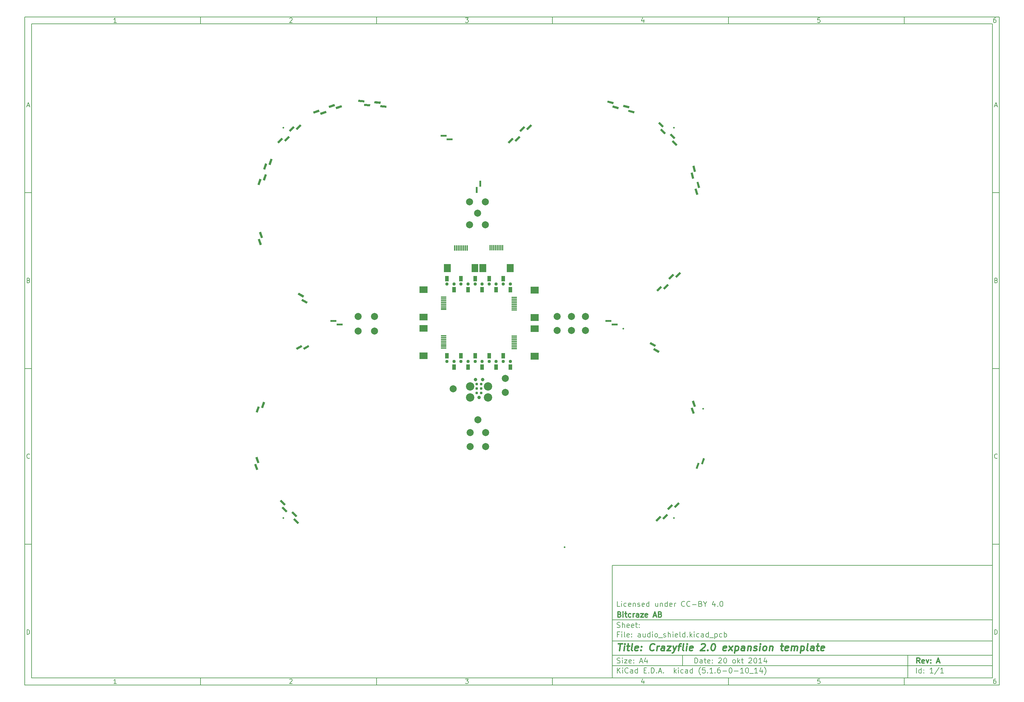
<source format=gts>
%TF.GenerationSoftware,KiCad,Pcbnew,(5.1.6-0-10_14)*%
%TF.CreationDate,2020-07-21T12:28:25+02:00*%
%TF.ProjectId,audio_shield,61756469-6f5f-4736-9869-656c642e6b69,A*%
%TF.SameCoordinates,Original*%
%TF.FileFunction,Soldermask,Top*%
%TF.FilePolarity,Negative*%
%FSLAX46Y46*%
G04 Gerber Fmt 4.6, Leading zero omitted, Abs format (unit mm)*
G04 Created by KiCad (PCBNEW (5.1.6-0-10_14)) date 2020-07-21 12:28:25*
%MOMM*%
%LPD*%
G01*
G04 APERTURE LIST*
%ADD10C,0.150000*%
%ADD11C,0.300000*%
%ADD12C,0.400000*%
%ADD13C,0.100000*%
%ADD14C,0.950000*%
%ADD15R,1.000000X1.600000*%
%ADD16C,0.787400*%
%ADD17C,0.990600*%
%ADD18C,2.374900*%
%ADD19R,0.400000X1.500000*%
%ADD20R,1.500000X0.400000*%
%ADD21C,0.500000*%
%ADD22C,2.000000*%
%ADD23R,1.750000X0.600000*%
%ADD24R,0.600000X1.750000*%
G04 APERTURE END LIST*
D10*
X177002200Y-166007200D02*
X177002200Y-198007200D01*
X285002200Y-198007200D01*
X285002200Y-166007200D01*
X177002200Y-166007200D01*
X10000000Y-10000000D02*
X10000000Y-200007200D01*
X287002200Y-200007200D01*
X287002200Y-10000000D01*
X10000000Y-10000000D01*
X12000000Y-12000000D02*
X12000000Y-198007200D01*
X285002200Y-198007200D01*
X285002200Y-12000000D01*
X12000000Y-12000000D01*
X60000000Y-12000000D02*
X60000000Y-10000000D01*
X110000000Y-12000000D02*
X110000000Y-10000000D01*
X160000000Y-12000000D02*
X160000000Y-10000000D01*
X210000000Y-12000000D02*
X210000000Y-10000000D01*
X260000000Y-12000000D02*
X260000000Y-10000000D01*
X36065476Y-11588095D02*
X35322619Y-11588095D01*
X35694047Y-11588095D02*
X35694047Y-10288095D01*
X35570238Y-10473809D01*
X35446428Y-10597619D01*
X35322619Y-10659523D01*
X85322619Y-10411904D02*
X85384523Y-10350000D01*
X85508333Y-10288095D01*
X85817857Y-10288095D01*
X85941666Y-10350000D01*
X86003571Y-10411904D01*
X86065476Y-10535714D01*
X86065476Y-10659523D01*
X86003571Y-10845238D01*
X85260714Y-11588095D01*
X86065476Y-11588095D01*
X135260714Y-10288095D02*
X136065476Y-10288095D01*
X135632142Y-10783333D01*
X135817857Y-10783333D01*
X135941666Y-10845238D01*
X136003571Y-10907142D01*
X136065476Y-11030952D01*
X136065476Y-11340476D01*
X136003571Y-11464285D01*
X135941666Y-11526190D01*
X135817857Y-11588095D01*
X135446428Y-11588095D01*
X135322619Y-11526190D01*
X135260714Y-11464285D01*
X185941666Y-10721428D02*
X185941666Y-11588095D01*
X185632142Y-10226190D02*
X185322619Y-11154761D01*
X186127380Y-11154761D01*
X236003571Y-10288095D02*
X235384523Y-10288095D01*
X235322619Y-10907142D01*
X235384523Y-10845238D01*
X235508333Y-10783333D01*
X235817857Y-10783333D01*
X235941666Y-10845238D01*
X236003571Y-10907142D01*
X236065476Y-11030952D01*
X236065476Y-11340476D01*
X236003571Y-11464285D01*
X235941666Y-11526190D01*
X235817857Y-11588095D01*
X235508333Y-11588095D01*
X235384523Y-11526190D01*
X235322619Y-11464285D01*
X285941666Y-10288095D02*
X285694047Y-10288095D01*
X285570238Y-10350000D01*
X285508333Y-10411904D01*
X285384523Y-10597619D01*
X285322619Y-10845238D01*
X285322619Y-11340476D01*
X285384523Y-11464285D01*
X285446428Y-11526190D01*
X285570238Y-11588095D01*
X285817857Y-11588095D01*
X285941666Y-11526190D01*
X286003571Y-11464285D01*
X286065476Y-11340476D01*
X286065476Y-11030952D01*
X286003571Y-10907142D01*
X285941666Y-10845238D01*
X285817857Y-10783333D01*
X285570238Y-10783333D01*
X285446428Y-10845238D01*
X285384523Y-10907142D01*
X285322619Y-11030952D01*
X60000000Y-198007200D02*
X60000000Y-200007200D01*
X110000000Y-198007200D02*
X110000000Y-200007200D01*
X160000000Y-198007200D02*
X160000000Y-200007200D01*
X210000000Y-198007200D02*
X210000000Y-200007200D01*
X260000000Y-198007200D02*
X260000000Y-200007200D01*
X36065476Y-199595295D02*
X35322619Y-199595295D01*
X35694047Y-199595295D02*
X35694047Y-198295295D01*
X35570238Y-198481009D01*
X35446428Y-198604819D01*
X35322619Y-198666723D01*
X85322619Y-198419104D02*
X85384523Y-198357200D01*
X85508333Y-198295295D01*
X85817857Y-198295295D01*
X85941666Y-198357200D01*
X86003571Y-198419104D01*
X86065476Y-198542914D01*
X86065476Y-198666723D01*
X86003571Y-198852438D01*
X85260714Y-199595295D01*
X86065476Y-199595295D01*
X135260714Y-198295295D02*
X136065476Y-198295295D01*
X135632142Y-198790533D01*
X135817857Y-198790533D01*
X135941666Y-198852438D01*
X136003571Y-198914342D01*
X136065476Y-199038152D01*
X136065476Y-199347676D01*
X136003571Y-199471485D01*
X135941666Y-199533390D01*
X135817857Y-199595295D01*
X135446428Y-199595295D01*
X135322619Y-199533390D01*
X135260714Y-199471485D01*
X185941666Y-198728628D02*
X185941666Y-199595295D01*
X185632142Y-198233390D02*
X185322619Y-199161961D01*
X186127380Y-199161961D01*
X236003571Y-198295295D02*
X235384523Y-198295295D01*
X235322619Y-198914342D01*
X235384523Y-198852438D01*
X235508333Y-198790533D01*
X235817857Y-198790533D01*
X235941666Y-198852438D01*
X236003571Y-198914342D01*
X236065476Y-199038152D01*
X236065476Y-199347676D01*
X236003571Y-199471485D01*
X235941666Y-199533390D01*
X235817857Y-199595295D01*
X235508333Y-199595295D01*
X235384523Y-199533390D01*
X235322619Y-199471485D01*
X285941666Y-198295295D02*
X285694047Y-198295295D01*
X285570238Y-198357200D01*
X285508333Y-198419104D01*
X285384523Y-198604819D01*
X285322619Y-198852438D01*
X285322619Y-199347676D01*
X285384523Y-199471485D01*
X285446428Y-199533390D01*
X285570238Y-199595295D01*
X285817857Y-199595295D01*
X285941666Y-199533390D01*
X286003571Y-199471485D01*
X286065476Y-199347676D01*
X286065476Y-199038152D01*
X286003571Y-198914342D01*
X285941666Y-198852438D01*
X285817857Y-198790533D01*
X285570238Y-198790533D01*
X285446428Y-198852438D01*
X285384523Y-198914342D01*
X285322619Y-199038152D01*
X10000000Y-60000000D02*
X12000000Y-60000000D01*
X10000000Y-110000000D02*
X12000000Y-110000000D01*
X10000000Y-160000000D02*
X12000000Y-160000000D01*
X10690476Y-35216666D02*
X11309523Y-35216666D01*
X10566666Y-35588095D02*
X11000000Y-34288095D01*
X11433333Y-35588095D01*
X11092857Y-84907142D02*
X11278571Y-84969047D01*
X11340476Y-85030952D01*
X11402380Y-85154761D01*
X11402380Y-85340476D01*
X11340476Y-85464285D01*
X11278571Y-85526190D01*
X11154761Y-85588095D01*
X10659523Y-85588095D01*
X10659523Y-84288095D01*
X11092857Y-84288095D01*
X11216666Y-84350000D01*
X11278571Y-84411904D01*
X11340476Y-84535714D01*
X11340476Y-84659523D01*
X11278571Y-84783333D01*
X11216666Y-84845238D01*
X11092857Y-84907142D01*
X10659523Y-84907142D01*
X11402380Y-135464285D02*
X11340476Y-135526190D01*
X11154761Y-135588095D01*
X11030952Y-135588095D01*
X10845238Y-135526190D01*
X10721428Y-135402380D01*
X10659523Y-135278571D01*
X10597619Y-135030952D01*
X10597619Y-134845238D01*
X10659523Y-134597619D01*
X10721428Y-134473809D01*
X10845238Y-134350000D01*
X11030952Y-134288095D01*
X11154761Y-134288095D01*
X11340476Y-134350000D01*
X11402380Y-134411904D01*
X10659523Y-185588095D02*
X10659523Y-184288095D01*
X10969047Y-184288095D01*
X11154761Y-184350000D01*
X11278571Y-184473809D01*
X11340476Y-184597619D01*
X11402380Y-184845238D01*
X11402380Y-185030952D01*
X11340476Y-185278571D01*
X11278571Y-185402380D01*
X11154761Y-185526190D01*
X10969047Y-185588095D01*
X10659523Y-185588095D01*
X287002200Y-60000000D02*
X285002200Y-60000000D01*
X287002200Y-110000000D02*
X285002200Y-110000000D01*
X287002200Y-160000000D02*
X285002200Y-160000000D01*
X285692676Y-35216666D02*
X286311723Y-35216666D01*
X285568866Y-35588095D02*
X286002200Y-34288095D01*
X286435533Y-35588095D01*
X286095057Y-84907142D02*
X286280771Y-84969047D01*
X286342676Y-85030952D01*
X286404580Y-85154761D01*
X286404580Y-85340476D01*
X286342676Y-85464285D01*
X286280771Y-85526190D01*
X286156961Y-85588095D01*
X285661723Y-85588095D01*
X285661723Y-84288095D01*
X286095057Y-84288095D01*
X286218866Y-84350000D01*
X286280771Y-84411904D01*
X286342676Y-84535714D01*
X286342676Y-84659523D01*
X286280771Y-84783333D01*
X286218866Y-84845238D01*
X286095057Y-84907142D01*
X285661723Y-84907142D01*
X286404580Y-135464285D02*
X286342676Y-135526190D01*
X286156961Y-135588095D01*
X286033152Y-135588095D01*
X285847438Y-135526190D01*
X285723628Y-135402380D01*
X285661723Y-135278571D01*
X285599819Y-135030952D01*
X285599819Y-134845238D01*
X285661723Y-134597619D01*
X285723628Y-134473809D01*
X285847438Y-134350000D01*
X286033152Y-134288095D01*
X286156961Y-134288095D01*
X286342676Y-134350000D01*
X286404580Y-134411904D01*
X285661723Y-185588095D02*
X285661723Y-184288095D01*
X285971247Y-184288095D01*
X286156961Y-184350000D01*
X286280771Y-184473809D01*
X286342676Y-184597619D01*
X286404580Y-184845238D01*
X286404580Y-185030952D01*
X286342676Y-185278571D01*
X286280771Y-185402380D01*
X286156961Y-185526190D01*
X285971247Y-185588095D01*
X285661723Y-185588095D01*
X200434342Y-193785771D02*
X200434342Y-192285771D01*
X200791485Y-192285771D01*
X201005771Y-192357200D01*
X201148628Y-192500057D01*
X201220057Y-192642914D01*
X201291485Y-192928628D01*
X201291485Y-193142914D01*
X201220057Y-193428628D01*
X201148628Y-193571485D01*
X201005771Y-193714342D01*
X200791485Y-193785771D01*
X200434342Y-193785771D01*
X202577200Y-193785771D02*
X202577200Y-193000057D01*
X202505771Y-192857200D01*
X202362914Y-192785771D01*
X202077200Y-192785771D01*
X201934342Y-192857200D01*
X202577200Y-193714342D02*
X202434342Y-193785771D01*
X202077200Y-193785771D01*
X201934342Y-193714342D01*
X201862914Y-193571485D01*
X201862914Y-193428628D01*
X201934342Y-193285771D01*
X202077200Y-193214342D01*
X202434342Y-193214342D01*
X202577200Y-193142914D01*
X203077200Y-192785771D02*
X203648628Y-192785771D01*
X203291485Y-192285771D02*
X203291485Y-193571485D01*
X203362914Y-193714342D01*
X203505771Y-193785771D01*
X203648628Y-193785771D01*
X204720057Y-193714342D02*
X204577200Y-193785771D01*
X204291485Y-193785771D01*
X204148628Y-193714342D01*
X204077200Y-193571485D01*
X204077200Y-193000057D01*
X204148628Y-192857200D01*
X204291485Y-192785771D01*
X204577200Y-192785771D01*
X204720057Y-192857200D01*
X204791485Y-193000057D01*
X204791485Y-193142914D01*
X204077200Y-193285771D01*
X205434342Y-193642914D02*
X205505771Y-193714342D01*
X205434342Y-193785771D01*
X205362914Y-193714342D01*
X205434342Y-193642914D01*
X205434342Y-193785771D01*
X205434342Y-192857200D02*
X205505771Y-192928628D01*
X205434342Y-193000057D01*
X205362914Y-192928628D01*
X205434342Y-192857200D01*
X205434342Y-193000057D01*
X207220057Y-192428628D02*
X207291485Y-192357200D01*
X207434342Y-192285771D01*
X207791485Y-192285771D01*
X207934342Y-192357200D01*
X208005771Y-192428628D01*
X208077200Y-192571485D01*
X208077200Y-192714342D01*
X208005771Y-192928628D01*
X207148628Y-193785771D01*
X208077200Y-193785771D01*
X209005771Y-192285771D02*
X209148628Y-192285771D01*
X209291485Y-192357200D01*
X209362914Y-192428628D01*
X209434342Y-192571485D01*
X209505771Y-192857200D01*
X209505771Y-193214342D01*
X209434342Y-193500057D01*
X209362914Y-193642914D01*
X209291485Y-193714342D01*
X209148628Y-193785771D01*
X209005771Y-193785771D01*
X208862914Y-193714342D01*
X208791485Y-193642914D01*
X208720057Y-193500057D01*
X208648628Y-193214342D01*
X208648628Y-192857200D01*
X208720057Y-192571485D01*
X208791485Y-192428628D01*
X208862914Y-192357200D01*
X209005771Y-192285771D01*
X211505771Y-193785771D02*
X211362914Y-193714342D01*
X211291485Y-193642914D01*
X211220057Y-193500057D01*
X211220057Y-193071485D01*
X211291485Y-192928628D01*
X211362914Y-192857200D01*
X211505771Y-192785771D01*
X211720057Y-192785771D01*
X211862914Y-192857200D01*
X211934342Y-192928628D01*
X212005771Y-193071485D01*
X212005771Y-193500057D01*
X211934342Y-193642914D01*
X211862914Y-193714342D01*
X211720057Y-193785771D01*
X211505771Y-193785771D01*
X212648628Y-193785771D02*
X212648628Y-192285771D01*
X212791485Y-193214342D02*
X213220057Y-193785771D01*
X213220057Y-192785771D02*
X212648628Y-193357200D01*
X213648628Y-192785771D02*
X214220057Y-192785771D01*
X213862914Y-192285771D02*
X213862914Y-193571485D01*
X213934342Y-193714342D01*
X214077200Y-193785771D01*
X214220057Y-193785771D01*
X215791485Y-192428628D02*
X215862914Y-192357200D01*
X216005771Y-192285771D01*
X216362914Y-192285771D01*
X216505771Y-192357200D01*
X216577200Y-192428628D01*
X216648628Y-192571485D01*
X216648628Y-192714342D01*
X216577200Y-192928628D01*
X215720057Y-193785771D01*
X216648628Y-193785771D01*
X217577200Y-192285771D02*
X217720057Y-192285771D01*
X217862914Y-192357200D01*
X217934342Y-192428628D01*
X218005771Y-192571485D01*
X218077200Y-192857200D01*
X218077200Y-193214342D01*
X218005771Y-193500057D01*
X217934342Y-193642914D01*
X217862914Y-193714342D01*
X217720057Y-193785771D01*
X217577200Y-193785771D01*
X217434342Y-193714342D01*
X217362914Y-193642914D01*
X217291485Y-193500057D01*
X217220057Y-193214342D01*
X217220057Y-192857200D01*
X217291485Y-192571485D01*
X217362914Y-192428628D01*
X217434342Y-192357200D01*
X217577200Y-192285771D01*
X219505771Y-193785771D02*
X218648628Y-193785771D01*
X219077200Y-193785771D02*
X219077200Y-192285771D01*
X218934342Y-192500057D01*
X218791485Y-192642914D01*
X218648628Y-192714342D01*
X220791485Y-192785771D02*
X220791485Y-193785771D01*
X220434342Y-192214342D02*
X220077200Y-193285771D01*
X221005771Y-193285771D01*
X177002200Y-194507200D02*
X285002200Y-194507200D01*
X178434342Y-196585771D02*
X178434342Y-195085771D01*
X179291485Y-196585771D02*
X178648628Y-195728628D01*
X179291485Y-195085771D02*
X178434342Y-195942914D01*
X179934342Y-196585771D02*
X179934342Y-195585771D01*
X179934342Y-195085771D02*
X179862914Y-195157200D01*
X179934342Y-195228628D01*
X180005771Y-195157200D01*
X179934342Y-195085771D01*
X179934342Y-195228628D01*
X181505771Y-196442914D02*
X181434342Y-196514342D01*
X181220057Y-196585771D01*
X181077200Y-196585771D01*
X180862914Y-196514342D01*
X180720057Y-196371485D01*
X180648628Y-196228628D01*
X180577200Y-195942914D01*
X180577200Y-195728628D01*
X180648628Y-195442914D01*
X180720057Y-195300057D01*
X180862914Y-195157200D01*
X181077200Y-195085771D01*
X181220057Y-195085771D01*
X181434342Y-195157200D01*
X181505771Y-195228628D01*
X182791485Y-196585771D02*
X182791485Y-195800057D01*
X182720057Y-195657200D01*
X182577200Y-195585771D01*
X182291485Y-195585771D01*
X182148628Y-195657200D01*
X182791485Y-196514342D02*
X182648628Y-196585771D01*
X182291485Y-196585771D01*
X182148628Y-196514342D01*
X182077200Y-196371485D01*
X182077200Y-196228628D01*
X182148628Y-196085771D01*
X182291485Y-196014342D01*
X182648628Y-196014342D01*
X182791485Y-195942914D01*
X184148628Y-196585771D02*
X184148628Y-195085771D01*
X184148628Y-196514342D02*
X184005771Y-196585771D01*
X183720057Y-196585771D01*
X183577200Y-196514342D01*
X183505771Y-196442914D01*
X183434342Y-196300057D01*
X183434342Y-195871485D01*
X183505771Y-195728628D01*
X183577200Y-195657200D01*
X183720057Y-195585771D01*
X184005771Y-195585771D01*
X184148628Y-195657200D01*
X186005771Y-195800057D02*
X186505771Y-195800057D01*
X186720057Y-196585771D02*
X186005771Y-196585771D01*
X186005771Y-195085771D01*
X186720057Y-195085771D01*
X187362914Y-196442914D02*
X187434342Y-196514342D01*
X187362914Y-196585771D01*
X187291485Y-196514342D01*
X187362914Y-196442914D01*
X187362914Y-196585771D01*
X188077200Y-196585771D02*
X188077200Y-195085771D01*
X188434342Y-195085771D01*
X188648628Y-195157200D01*
X188791485Y-195300057D01*
X188862914Y-195442914D01*
X188934342Y-195728628D01*
X188934342Y-195942914D01*
X188862914Y-196228628D01*
X188791485Y-196371485D01*
X188648628Y-196514342D01*
X188434342Y-196585771D01*
X188077200Y-196585771D01*
X189577200Y-196442914D02*
X189648628Y-196514342D01*
X189577200Y-196585771D01*
X189505771Y-196514342D01*
X189577200Y-196442914D01*
X189577200Y-196585771D01*
X190220057Y-196157200D02*
X190934342Y-196157200D01*
X190077200Y-196585771D02*
X190577200Y-195085771D01*
X191077200Y-196585771D01*
X191577200Y-196442914D02*
X191648628Y-196514342D01*
X191577200Y-196585771D01*
X191505771Y-196514342D01*
X191577200Y-196442914D01*
X191577200Y-196585771D01*
X194577200Y-196585771D02*
X194577200Y-195085771D01*
X194720057Y-196014342D02*
X195148628Y-196585771D01*
X195148628Y-195585771D02*
X194577200Y-196157200D01*
X195791485Y-196585771D02*
X195791485Y-195585771D01*
X195791485Y-195085771D02*
X195720057Y-195157200D01*
X195791485Y-195228628D01*
X195862914Y-195157200D01*
X195791485Y-195085771D01*
X195791485Y-195228628D01*
X197148628Y-196514342D02*
X197005771Y-196585771D01*
X196720057Y-196585771D01*
X196577200Y-196514342D01*
X196505771Y-196442914D01*
X196434342Y-196300057D01*
X196434342Y-195871485D01*
X196505771Y-195728628D01*
X196577200Y-195657200D01*
X196720057Y-195585771D01*
X197005771Y-195585771D01*
X197148628Y-195657200D01*
X198434342Y-196585771D02*
X198434342Y-195800057D01*
X198362914Y-195657200D01*
X198220057Y-195585771D01*
X197934342Y-195585771D01*
X197791485Y-195657200D01*
X198434342Y-196514342D02*
X198291485Y-196585771D01*
X197934342Y-196585771D01*
X197791485Y-196514342D01*
X197720057Y-196371485D01*
X197720057Y-196228628D01*
X197791485Y-196085771D01*
X197934342Y-196014342D01*
X198291485Y-196014342D01*
X198434342Y-195942914D01*
X199791485Y-196585771D02*
X199791485Y-195085771D01*
X199791485Y-196514342D02*
X199648628Y-196585771D01*
X199362914Y-196585771D01*
X199220057Y-196514342D01*
X199148628Y-196442914D01*
X199077200Y-196300057D01*
X199077200Y-195871485D01*
X199148628Y-195728628D01*
X199220057Y-195657200D01*
X199362914Y-195585771D01*
X199648628Y-195585771D01*
X199791485Y-195657200D01*
X202077200Y-197157200D02*
X202005771Y-197085771D01*
X201862914Y-196871485D01*
X201791485Y-196728628D01*
X201720057Y-196514342D01*
X201648628Y-196157200D01*
X201648628Y-195871485D01*
X201720057Y-195514342D01*
X201791485Y-195300057D01*
X201862914Y-195157200D01*
X202005771Y-194942914D01*
X202077200Y-194871485D01*
X203362914Y-195085771D02*
X202648628Y-195085771D01*
X202577200Y-195800057D01*
X202648628Y-195728628D01*
X202791485Y-195657200D01*
X203148628Y-195657200D01*
X203291485Y-195728628D01*
X203362914Y-195800057D01*
X203434342Y-195942914D01*
X203434342Y-196300057D01*
X203362914Y-196442914D01*
X203291485Y-196514342D01*
X203148628Y-196585771D01*
X202791485Y-196585771D01*
X202648628Y-196514342D01*
X202577200Y-196442914D01*
X204077200Y-196442914D02*
X204148628Y-196514342D01*
X204077200Y-196585771D01*
X204005771Y-196514342D01*
X204077200Y-196442914D01*
X204077200Y-196585771D01*
X205577200Y-196585771D02*
X204720057Y-196585771D01*
X205148628Y-196585771D02*
X205148628Y-195085771D01*
X205005771Y-195300057D01*
X204862914Y-195442914D01*
X204720057Y-195514342D01*
X206220057Y-196442914D02*
X206291485Y-196514342D01*
X206220057Y-196585771D01*
X206148628Y-196514342D01*
X206220057Y-196442914D01*
X206220057Y-196585771D01*
X207577200Y-195085771D02*
X207291485Y-195085771D01*
X207148628Y-195157200D01*
X207077200Y-195228628D01*
X206934342Y-195442914D01*
X206862914Y-195728628D01*
X206862914Y-196300057D01*
X206934342Y-196442914D01*
X207005771Y-196514342D01*
X207148628Y-196585771D01*
X207434342Y-196585771D01*
X207577200Y-196514342D01*
X207648628Y-196442914D01*
X207720057Y-196300057D01*
X207720057Y-195942914D01*
X207648628Y-195800057D01*
X207577200Y-195728628D01*
X207434342Y-195657200D01*
X207148628Y-195657200D01*
X207005771Y-195728628D01*
X206934342Y-195800057D01*
X206862914Y-195942914D01*
X208362914Y-196014342D02*
X209505771Y-196014342D01*
X210505771Y-195085771D02*
X210648628Y-195085771D01*
X210791485Y-195157200D01*
X210862914Y-195228628D01*
X210934342Y-195371485D01*
X211005771Y-195657200D01*
X211005771Y-196014342D01*
X210934342Y-196300057D01*
X210862914Y-196442914D01*
X210791485Y-196514342D01*
X210648628Y-196585771D01*
X210505771Y-196585771D01*
X210362914Y-196514342D01*
X210291485Y-196442914D01*
X210220057Y-196300057D01*
X210148628Y-196014342D01*
X210148628Y-195657200D01*
X210220057Y-195371485D01*
X210291485Y-195228628D01*
X210362914Y-195157200D01*
X210505771Y-195085771D01*
X211648628Y-196014342D02*
X212791485Y-196014342D01*
X214291485Y-196585771D02*
X213434342Y-196585771D01*
X213862914Y-196585771D02*
X213862914Y-195085771D01*
X213720057Y-195300057D01*
X213577200Y-195442914D01*
X213434342Y-195514342D01*
X215220057Y-195085771D02*
X215362914Y-195085771D01*
X215505771Y-195157200D01*
X215577200Y-195228628D01*
X215648628Y-195371485D01*
X215720057Y-195657200D01*
X215720057Y-196014342D01*
X215648628Y-196300057D01*
X215577200Y-196442914D01*
X215505771Y-196514342D01*
X215362914Y-196585771D01*
X215220057Y-196585771D01*
X215077200Y-196514342D01*
X215005771Y-196442914D01*
X214934342Y-196300057D01*
X214862914Y-196014342D01*
X214862914Y-195657200D01*
X214934342Y-195371485D01*
X215005771Y-195228628D01*
X215077200Y-195157200D01*
X215220057Y-195085771D01*
X216005771Y-196728628D02*
X217148628Y-196728628D01*
X218291485Y-196585771D02*
X217434342Y-196585771D01*
X217862914Y-196585771D02*
X217862914Y-195085771D01*
X217720057Y-195300057D01*
X217577200Y-195442914D01*
X217434342Y-195514342D01*
X219577200Y-195585771D02*
X219577200Y-196585771D01*
X219220057Y-195014342D02*
X218862914Y-196085771D01*
X219791485Y-196085771D01*
X220220057Y-197157200D02*
X220291485Y-197085771D01*
X220434342Y-196871485D01*
X220505771Y-196728628D01*
X220577200Y-196514342D01*
X220648628Y-196157200D01*
X220648628Y-195871485D01*
X220577200Y-195514342D01*
X220505771Y-195300057D01*
X220434342Y-195157200D01*
X220291485Y-194942914D01*
X220220057Y-194871485D01*
X177002200Y-191507200D02*
X285002200Y-191507200D01*
D11*
X264411485Y-193785771D02*
X263911485Y-193071485D01*
X263554342Y-193785771D02*
X263554342Y-192285771D01*
X264125771Y-192285771D01*
X264268628Y-192357200D01*
X264340057Y-192428628D01*
X264411485Y-192571485D01*
X264411485Y-192785771D01*
X264340057Y-192928628D01*
X264268628Y-193000057D01*
X264125771Y-193071485D01*
X263554342Y-193071485D01*
X265625771Y-193714342D02*
X265482914Y-193785771D01*
X265197200Y-193785771D01*
X265054342Y-193714342D01*
X264982914Y-193571485D01*
X264982914Y-193000057D01*
X265054342Y-192857200D01*
X265197200Y-192785771D01*
X265482914Y-192785771D01*
X265625771Y-192857200D01*
X265697200Y-193000057D01*
X265697200Y-193142914D01*
X264982914Y-193285771D01*
X266197200Y-192785771D02*
X266554342Y-193785771D01*
X266911485Y-192785771D01*
X267482914Y-193642914D02*
X267554342Y-193714342D01*
X267482914Y-193785771D01*
X267411485Y-193714342D01*
X267482914Y-193642914D01*
X267482914Y-193785771D01*
X267482914Y-192857200D02*
X267554342Y-192928628D01*
X267482914Y-193000057D01*
X267411485Y-192928628D01*
X267482914Y-192857200D01*
X267482914Y-193000057D01*
X269268628Y-193357200D02*
X269982914Y-193357200D01*
X269125771Y-193785771D02*
X269625771Y-192285771D01*
X270125771Y-193785771D01*
D10*
X178362914Y-193714342D02*
X178577200Y-193785771D01*
X178934342Y-193785771D01*
X179077200Y-193714342D01*
X179148628Y-193642914D01*
X179220057Y-193500057D01*
X179220057Y-193357200D01*
X179148628Y-193214342D01*
X179077200Y-193142914D01*
X178934342Y-193071485D01*
X178648628Y-193000057D01*
X178505771Y-192928628D01*
X178434342Y-192857200D01*
X178362914Y-192714342D01*
X178362914Y-192571485D01*
X178434342Y-192428628D01*
X178505771Y-192357200D01*
X178648628Y-192285771D01*
X179005771Y-192285771D01*
X179220057Y-192357200D01*
X179862914Y-193785771D02*
X179862914Y-192785771D01*
X179862914Y-192285771D02*
X179791485Y-192357200D01*
X179862914Y-192428628D01*
X179934342Y-192357200D01*
X179862914Y-192285771D01*
X179862914Y-192428628D01*
X180434342Y-192785771D02*
X181220057Y-192785771D01*
X180434342Y-193785771D01*
X181220057Y-193785771D01*
X182362914Y-193714342D02*
X182220057Y-193785771D01*
X181934342Y-193785771D01*
X181791485Y-193714342D01*
X181720057Y-193571485D01*
X181720057Y-193000057D01*
X181791485Y-192857200D01*
X181934342Y-192785771D01*
X182220057Y-192785771D01*
X182362914Y-192857200D01*
X182434342Y-193000057D01*
X182434342Y-193142914D01*
X181720057Y-193285771D01*
X183077200Y-193642914D02*
X183148628Y-193714342D01*
X183077200Y-193785771D01*
X183005771Y-193714342D01*
X183077200Y-193642914D01*
X183077200Y-193785771D01*
X183077200Y-192857200D02*
X183148628Y-192928628D01*
X183077200Y-193000057D01*
X183005771Y-192928628D01*
X183077200Y-192857200D01*
X183077200Y-193000057D01*
X184862914Y-193357200D02*
X185577200Y-193357200D01*
X184720057Y-193785771D02*
X185220057Y-192285771D01*
X185720057Y-193785771D01*
X186862914Y-192785771D02*
X186862914Y-193785771D01*
X186505771Y-192214342D02*
X186148628Y-193285771D01*
X187077200Y-193285771D01*
X263434342Y-196585771D02*
X263434342Y-195085771D01*
X264791485Y-196585771D02*
X264791485Y-195085771D01*
X264791485Y-196514342D02*
X264648628Y-196585771D01*
X264362914Y-196585771D01*
X264220057Y-196514342D01*
X264148628Y-196442914D01*
X264077200Y-196300057D01*
X264077200Y-195871485D01*
X264148628Y-195728628D01*
X264220057Y-195657200D01*
X264362914Y-195585771D01*
X264648628Y-195585771D01*
X264791485Y-195657200D01*
X265505771Y-196442914D02*
X265577200Y-196514342D01*
X265505771Y-196585771D01*
X265434342Y-196514342D01*
X265505771Y-196442914D01*
X265505771Y-196585771D01*
X265505771Y-195657200D02*
X265577200Y-195728628D01*
X265505771Y-195800057D01*
X265434342Y-195728628D01*
X265505771Y-195657200D01*
X265505771Y-195800057D01*
X268148628Y-196585771D02*
X267291485Y-196585771D01*
X267720057Y-196585771D02*
X267720057Y-195085771D01*
X267577200Y-195300057D01*
X267434342Y-195442914D01*
X267291485Y-195514342D01*
X269862914Y-195014342D02*
X268577200Y-196942914D01*
X271148628Y-196585771D02*
X270291485Y-196585771D01*
X270720057Y-196585771D02*
X270720057Y-195085771D01*
X270577200Y-195300057D01*
X270434342Y-195442914D01*
X270291485Y-195514342D01*
X177002200Y-187507200D02*
X285002200Y-187507200D01*
D12*
X178714580Y-188211961D02*
X179857438Y-188211961D01*
X179036009Y-190211961D02*
X179286009Y-188211961D01*
X180274104Y-190211961D02*
X180440771Y-188878628D01*
X180524104Y-188211961D02*
X180416961Y-188307200D01*
X180500295Y-188402438D01*
X180607438Y-188307200D01*
X180524104Y-188211961D01*
X180500295Y-188402438D01*
X181107438Y-188878628D02*
X181869342Y-188878628D01*
X181476485Y-188211961D02*
X181262200Y-189926247D01*
X181333628Y-190116723D01*
X181512200Y-190211961D01*
X181702676Y-190211961D01*
X182655057Y-190211961D02*
X182476485Y-190116723D01*
X182405057Y-189926247D01*
X182619342Y-188211961D01*
X184190771Y-190116723D02*
X183988390Y-190211961D01*
X183607438Y-190211961D01*
X183428866Y-190116723D01*
X183357438Y-189926247D01*
X183452676Y-189164342D01*
X183571723Y-188973866D01*
X183774104Y-188878628D01*
X184155057Y-188878628D01*
X184333628Y-188973866D01*
X184405057Y-189164342D01*
X184381247Y-189354819D01*
X183405057Y-189545295D01*
X185155057Y-190021485D02*
X185238390Y-190116723D01*
X185131247Y-190211961D01*
X185047914Y-190116723D01*
X185155057Y-190021485D01*
X185131247Y-190211961D01*
X185286009Y-188973866D02*
X185369342Y-189069104D01*
X185262200Y-189164342D01*
X185178866Y-189069104D01*
X185286009Y-188973866D01*
X185262200Y-189164342D01*
X188774104Y-190021485D02*
X188666961Y-190116723D01*
X188369342Y-190211961D01*
X188178866Y-190211961D01*
X187905057Y-190116723D01*
X187738390Y-189926247D01*
X187666961Y-189735771D01*
X187619342Y-189354819D01*
X187655057Y-189069104D01*
X187797914Y-188688152D01*
X187916961Y-188497676D01*
X188131247Y-188307200D01*
X188428866Y-188211961D01*
X188619342Y-188211961D01*
X188893152Y-188307200D01*
X188976485Y-188402438D01*
X189607438Y-190211961D02*
X189774104Y-188878628D01*
X189726485Y-189259580D02*
X189845533Y-189069104D01*
X189952676Y-188973866D01*
X190155057Y-188878628D01*
X190345533Y-188878628D01*
X191702676Y-190211961D02*
X191833628Y-189164342D01*
X191762200Y-188973866D01*
X191583628Y-188878628D01*
X191202676Y-188878628D01*
X191000295Y-188973866D01*
X191714580Y-190116723D02*
X191512200Y-190211961D01*
X191036009Y-190211961D01*
X190857438Y-190116723D01*
X190786009Y-189926247D01*
X190809819Y-189735771D01*
X190928866Y-189545295D01*
X191131247Y-189450057D01*
X191607438Y-189450057D01*
X191809819Y-189354819D01*
X192631247Y-188878628D02*
X193678866Y-188878628D01*
X192464580Y-190211961D01*
X193512200Y-190211961D01*
X194250295Y-188878628D02*
X194559819Y-190211961D01*
X195202676Y-188878628D02*
X194559819Y-190211961D01*
X194309819Y-190688152D01*
X194202676Y-190783390D01*
X194000295Y-190878628D01*
X195678866Y-188878628D02*
X196440771Y-188878628D01*
X195797914Y-190211961D02*
X196012200Y-188497676D01*
X196131247Y-188307200D01*
X196333628Y-188211961D01*
X196524104Y-188211961D01*
X197226485Y-190211961D02*
X197047914Y-190116723D01*
X196976485Y-189926247D01*
X197190771Y-188211961D01*
X197988390Y-190211961D02*
X198155057Y-188878628D01*
X198238390Y-188211961D02*
X198131247Y-188307200D01*
X198214580Y-188402438D01*
X198321723Y-188307200D01*
X198238390Y-188211961D01*
X198214580Y-188402438D01*
X199714580Y-190116723D02*
X199512200Y-190211961D01*
X199131247Y-190211961D01*
X198952676Y-190116723D01*
X198881247Y-189926247D01*
X198976485Y-189164342D01*
X199095533Y-188973866D01*
X199297914Y-188878628D01*
X199678866Y-188878628D01*
X199857438Y-188973866D01*
X199928866Y-189164342D01*
X199905057Y-189354819D01*
X198928866Y-189545295D01*
X202309819Y-188402438D02*
X202416961Y-188307200D01*
X202619342Y-188211961D01*
X203095533Y-188211961D01*
X203274104Y-188307200D01*
X203357438Y-188402438D01*
X203428866Y-188592914D01*
X203405057Y-188783390D01*
X203274104Y-189069104D01*
X201988390Y-190211961D01*
X203226485Y-190211961D01*
X204107438Y-190021485D02*
X204190771Y-190116723D01*
X204083628Y-190211961D01*
X204000295Y-190116723D01*
X204107438Y-190021485D01*
X204083628Y-190211961D01*
X205666961Y-188211961D02*
X205857438Y-188211961D01*
X206036009Y-188307200D01*
X206119342Y-188402438D01*
X206190771Y-188592914D01*
X206238390Y-188973866D01*
X206178866Y-189450057D01*
X206036009Y-189831009D01*
X205916961Y-190021485D01*
X205809819Y-190116723D01*
X205607438Y-190211961D01*
X205416961Y-190211961D01*
X205238390Y-190116723D01*
X205155057Y-190021485D01*
X205083628Y-189831009D01*
X205036009Y-189450057D01*
X205095533Y-188973866D01*
X205238390Y-188592914D01*
X205357438Y-188402438D01*
X205464580Y-188307200D01*
X205666961Y-188211961D01*
X209238390Y-190116723D02*
X209036009Y-190211961D01*
X208655057Y-190211961D01*
X208476485Y-190116723D01*
X208405057Y-189926247D01*
X208500295Y-189164342D01*
X208619342Y-188973866D01*
X208821723Y-188878628D01*
X209202676Y-188878628D01*
X209381247Y-188973866D01*
X209452676Y-189164342D01*
X209428866Y-189354819D01*
X208452676Y-189545295D01*
X209988390Y-190211961D02*
X211202676Y-188878628D01*
X210155057Y-188878628D02*
X211036009Y-190211961D01*
X211964580Y-188878628D02*
X211714580Y-190878628D01*
X211952676Y-188973866D02*
X212155057Y-188878628D01*
X212536009Y-188878628D01*
X212714580Y-188973866D01*
X212797914Y-189069104D01*
X212869342Y-189259580D01*
X212797914Y-189831009D01*
X212678866Y-190021485D01*
X212571723Y-190116723D01*
X212369342Y-190211961D01*
X211988390Y-190211961D01*
X211809819Y-190116723D01*
X214464580Y-190211961D02*
X214595533Y-189164342D01*
X214524104Y-188973866D01*
X214345533Y-188878628D01*
X213964580Y-188878628D01*
X213762200Y-188973866D01*
X214476485Y-190116723D02*
X214274104Y-190211961D01*
X213797914Y-190211961D01*
X213619342Y-190116723D01*
X213547914Y-189926247D01*
X213571723Y-189735771D01*
X213690771Y-189545295D01*
X213893152Y-189450057D01*
X214369342Y-189450057D01*
X214571723Y-189354819D01*
X215583628Y-188878628D02*
X215416961Y-190211961D01*
X215559819Y-189069104D02*
X215666961Y-188973866D01*
X215869342Y-188878628D01*
X216155057Y-188878628D01*
X216333628Y-188973866D01*
X216405057Y-189164342D01*
X216274104Y-190211961D01*
X217143152Y-190116723D02*
X217321723Y-190211961D01*
X217702676Y-190211961D01*
X217905057Y-190116723D01*
X218024104Y-189926247D01*
X218036009Y-189831009D01*
X217964580Y-189640533D01*
X217786009Y-189545295D01*
X217500295Y-189545295D01*
X217321723Y-189450057D01*
X217250295Y-189259580D01*
X217262199Y-189164342D01*
X217381247Y-188973866D01*
X217583628Y-188878628D01*
X217869342Y-188878628D01*
X218047914Y-188973866D01*
X218845533Y-190211961D02*
X219012199Y-188878628D01*
X219095533Y-188211961D02*
X218988390Y-188307200D01*
X219071723Y-188402438D01*
X219178866Y-188307200D01*
X219095533Y-188211961D01*
X219071723Y-188402438D01*
X220083628Y-190211961D02*
X219905057Y-190116723D01*
X219821723Y-190021485D01*
X219750295Y-189831009D01*
X219821723Y-189259580D01*
X219940771Y-189069104D01*
X220047914Y-188973866D01*
X220250295Y-188878628D01*
X220536009Y-188878628D01*
X220714580Y-188973866D01*
X220797914Y-189069104D01*
X220869342Y-189259580D01*
X220797914Y-189831009D01*
X220678866Y-190021485D01*
X220571723Y-190116723D01*
X220369342Y-190211961D01*
X220083628Y-190211961D01*
X221774104Y-188878628D02*
X221607438Y-190211961D01*
X221750295Y-189069104D02*
X221857438Y-188973866D01*
X222059819Y-188878628D01*
X222345533Y-188878628D01*
X222524104Y-188973866D01*
X222595533Y-189164342D01*
X222464580Y-190211961D01*
X224821723Y-188878628D02*
X225583628Y-188878628D01*
X225190771Y-188211961D02*
X224976485Y-189926247D01*
X225047914Y-190116723D01*
X225226485Y-190211961D01*
X225416961Y-190211961D01*
X226857438Y-190116723D02*
X226655057Y-190211961D01*
X226274104Y-190211961D01*
X226095533Y-190116723D01*
X226024104Y-189926247D01*
X226119342Y-189164342D01*
X226238390Y-188973866D01*
X226440771Y-188878628D01*
X226821723Y-188878628D01*
X227000295Y-188973866D01*
X227071723Y-189164342D01*
X227047914Y-189354819D01*
X226071723Y-189545295D01*
X227797914Y-190211961D02*
X227964580Y-188878628D01*
X227940771Y-189069104D02*
X228047914Y-188973866D01*
X228250295Y-188878628D01*
X228536009Y-188878628D01*
X228714580Y-188973866D01*
X228786009Y-189164342D01*
X228655057Y-190211961D01*
X228786009Y-189164342D02*
X228905057Y-188973866D01*
X229107438Y-188878628D01*
X229393152Y-188878628D01*
X229571723Y-188973866D01*
X229643152Y-189164342D01*
X229512199Y-190211961D01*
X230631247Y-188878628D02*
X230381247Y-190878628D01*
X230619342Y-188973866D02*
X230821723Y-188878628D01*
X231202676Y-188878628D01*
X231381247Y-188973866D01*
X231464580Y-189069104D01*
X231536009Y-189259580D01*
X231464580Y-189831009D01*
X231345533Y-190021485D01*
X231238390Y-190116723D01*
X231036009Y-190211961D01*
X230655057Y-190211961D01*
X230476485Y-190116723D01*
X232559819Y-190211961D02*
X232381247Y-190116723D01*
X232309819Y-189926247D01*
X232524104Y-188211961D01*
X234178866Y-190211961D02*
X234309819Y-189164342D01*
X234238390Y-188973866D01*
X234059819Y-188878628D01*
X233678866Y-188878628D01*
X233476485Y-188973866D01*
X234190771Y-190116723D02*
X233988390Y-190211961D01*
X233512199Y-190211961D01*
X233333628Y-190116723D01*
X233262199Y-189926247D01*
X233286009Y-189735771D01*
X233405057Y-189545295D01*
X233607438Y-189450057D01*
X234083628Y-189450057D01*
X234286009Y-189354819D01*
X235012199Y-188878628D02*
X235774104Y-188878628D01*
X235381247Y-188211961D02*
X235166961Y-189926247D01*
X235238390Y-190116723D01*
X235416961Y-190211961D01*
X235607438Y-190211961D01*
X237047914Y-190116723D02*
X236845533Y-190211961D01*
X236464580Y-190211961D01*
X236286009Y-190116723D01*
X236214580Y-189926247D01*
X236309819Y-189164342D01*
X236428866Y-188973866D01*
X236631247Y-188878628D01*
X237012199Y-188878628D01*
X237190771Y-188973866D01*
X237262199Y-189164342D01*
X237238390Y-189354819D01*
X236262199Y-189545295D01*
D10*
X178934342Y-185600057D02*
X178434342Y-185600057D01*
X178434342Y-186385771D02*
X178434342Y-184885771D01*
X179148628Y-184885771D01*
X179720057Y-186385771D02*
X179720057Y-185385771D01*
X179720057Y-184885771D02*
X179648628Y-184957200D01*
X179720057Y-185028628D01*
X179791485Y-184957200D01*
X179720057Y-184885771D01*
X179720057Y-185028628D01*
X180648628Y-186385771D02*
X180505771Y-186314342D01*
X180434342Y-186171485D01*
X180434342Y-184885771D01*
X181791485Y-186314342D02*
X181648628Y-186385771D01*
X181362914Y-186385771D01*
X181220057Y-186314342D01*
X181148628Y-186171485D01*
X181148628Y-185600057D01*
X181220057Y-185457200D01*
X181362914Y-185385771D01*
X181648628Y-185385771D01*
X181791485Y-185457200D01*
X181862914Y-185600057D01*
X181862914Y-185742914D01*
X181148628Y-185885771D01*
X182505771Y-186242914D02*
X182577200Y-186314342D01*
X182505771Y-186385771D01*
X182434342Y-186314342D01*
X182505771Y-186242914D01*
X182505771Y-186385771D01*
X182505771Y-185457200D02*
X182577200Y-185528628D01*
X182505771Y-185600057D01*
X182434342Y-185528628D01*
X182505771Y-185457200D01*
X182505771Y-185600057D01*
X185005771Y-186385771D02*
X185005771Y-185600057D01*
X184934342Y-185457200D01*
X184791485Y-185385771D01*
X184505771Y-185385771D01*
X184362914Y-185457200D01*
X185005771Y-186314342D02*
X184862914Y-186385771D01*
X184505771Y-186385771D01*
X184362914Y-186314342D01*
X184291485Y-186171485D01*
X184291485Y-186028628D01*
X184362914Y-185885771D01*
X184505771Y-185814342D01*
X184862914Y-185814342D01*
X185005771Y-185742914D01*
X186362914Y-185385771D02*
X186362914Y-186385771D01*
X185720057Y-185385771D02*
X185720057Y-186171485D01*
X185791485Y-186314342D01*
X185934342Y-186385771D01*
X186148628Y-186385771D01*
X186291485Y-186314342D01*
X186362914Y-186242914D01*
X187720057Y-186385771D02*
X187720057Y-184885771D01*
X187720057Y-186314342D02*
X187577200Y-186385771D01*
X187291485Y-186385771D01*
X187148628Y-186314342D01*
X187077200Y-186242914D01*
X187005771Y-186100057D01*
X187005771Y-185671485D01*
X187077200Y-185528628D01*
X187148628Y-185457200D01*
X187291485Y-185385771D01*
X187577200Y-185385771D01*
X187720057Y-185457200D01*
X188434342Y-186385771D02*
X188434342Y-185385771D01*
X188434342Y-184885771D02*
X188362914Y-184957200D01*
X188434342Y-185028628D01*
X188505771Y-184957200D01*
X188434342Y-184885771D01*
X188434342Y-185028628D01*
X189362914Y-186385771D02*
X189220057Y-186314342D01*
X189148628Y-186242914D01*
X189077200Y-186100057D01*
X189077200Y-185671485D01*
X189148628Y-185528628D01*
X189220057Y-185457200D01*
X189362914Y-185385771D01*
X189577200Y-185385771D01*
X189720057Y-185457200D01*
X189791485Y-185528628D01*
X189862914Y-185671485D01*
X189862914Y-186100057D01*
X189791485Y-186242914D01*
X189720057Y-186314342D01*
X189577200Y-186385771D01*
X189362914Y-186385771D01*
X190148628Y-186528628D02*
X191291485Y-186528628D01*
X191577200Y-186314342D02*
X191720057Y-186385771D01*
X192005771Y-186385771D01*
X192148628Y-186314342D01*
X192220057Y-186171485D01*
X192220057Y-186100057D01*
X192148628Y-185957200D01*
X192005771Y-185885771D01*
X191791485Y-185885771D01*
X191648628Y-185814342D01*
X191577200Y-185671485D01*
X191577200Y-185600057D01*
X191648628Y-185457200D01*
X191791485Y-185385771D01*
X192005771Y-185385771D01*
X192148628Y-185457200D01*
X192862914Y-186385771D02*
X192862914Y-184885771D01*
X193505771Y-186385771D02*
X193505771Y-185600057D01*
X193434342Y-185457200D01*
X193291485Y-185385771D01*
X193077200Y-185385771D01*
X192934342Y-185457200D01*
X192862914Y-185528628D01*
X194220057Y-186385771D02*
X194220057Y-185385771D01*
X194220057Y-184885771D02*
X194148628Y-184957200D01*
X194220057Y-185028628D01*
X194291485Y-184957200D01*
X194220057Y-184885771D01*
X194220057Y-185028628D01*
X195505771Y-186314342D02*
X195362914Y-186385771D01*
X195077200Y-186385771D01*
X194934342Y-186314342D01*
X194862914Y-186171485D01*
X194862914Y-185600057D01*
X194934342Y-185457200D01*
X195077200Y-185385771D01*
X195362914Y-185385771D01*
X195505771Y-185457200D01*
X195577200Y-185600057D01*
X195577200Y-185742914D01*
X194862914Y-185885771D01*
X196434342Y-186385771D02*
X196291485Y-186314342D01*
X196220057Y-186171485D01*
X196220057Y-184885771D01*
X197648628Y-186385771D02*
X197648628Y-184885771D01*
X197648628Y-186314342D02*
X197505771Y-186385771D01*
X197220057Y-186385771D01*
X197077200Y-186314342D01*
X197005771Y-186242914D01*
X196934342Y-186100057D01*
X196934342Y-185671485D01*
X197005771Y-185528628D01*
X197077200Y-185457200D01*
X197220057Y-185385771D01*
X197505771Y-185385771D01*
X197648628Y-185457200D01*
X198362914Y-186242914D02*
X198434342Y-186314342D01*
X198362914Y-186385771D01*
X198291485Y-186314342D01*
X198362914Y-186242914D01*
X198362914Y-186385771D01*
X199077200Y-186385771D02*
X199077200Y-184885771D01*
X199220057Y-185814342D02*
X199648628Y-186385771D01*
X199648628Y-185385771D02*
X199077200Y-185957200D01*
X200291485Y-186385771D02*
X200291485Y-185385771D01*
X200291485Y-184885771D02*
X200220057Y-184957200D01*
X200291485Y-185028628D01*
X200362914Y-184957200D01*
X200291485Y-184885771D01*
X200291485Y-185028628D01*
X201648628Y-186314342D02*
X201505771Y-186385771D01*
X201220057Y-186385771D01*
X201077200Y-186314342D01*
X201005771Y-186242914D01*
X200934342Y-186100057D01*
X200934342Y-185671485D01*
X201005771Y-185528628D01*
X201077200Y-185457200D01*
X201220057Y-185385771D01*
X201505771Y-185385771D01*
X201648628Y-185457200D01*
X202934342Y-186385771D02*
X202934342Y-185600057D01*
X202862914Y-185457200D01*
X202720057Y-185385771D01*
X202434342Y-185385771D01*
X202291485Y-185457200D01*
X202934342Y-186314342D02*
X202791485Y-186385771D01*
X202434342Y-186385771D01*
X202291485Y-186314342D01*
X202220057Y-186171485D01*
X202220057Y-186028628D01*
X202291485Y-185885771D01*
X202434342Y-185814342D01*
X202791485Y-185814342D01*
X202934342Y-185742914D01*
X204291485Y-186385771D02*
X204291485Y-184885771D01*
X204291485Y-186314342D02*
X204148628Y-186385771D01*
X203862914Y-186385771D01*
X203720057Y-186314342D01*
X203648628Y-186242914D01*
X203577200Y-186100057D01*
X203577200Y-185671485D01*
X203648628Y-185528628D01*
X203720057Y-185457200D01*
X203862914Y-185385771D01*
X204148628Y-185385771D01*
X204291485Y-185457200D01*
X204648628Y-186528628D02*
X205791485Y-186528628D01*
X206148628Y-185385771D02*
X206148628Y-186885771D01*
X206148628Y-185457200D02*
X206291485Y-185385771D01*
X206577200Y-185385771D01*
X206720057Y-185457200D01*
X206791485Y-185528628D01*
X206862914Y-185671485D01*
X206862914Y-186100057D01*
X206791485Y-186242914D01*
X206720057Y-186314342D01*
X206577200Y-186385771D01*
X206291485Y-186385771D01*
X206148628Y-186314342D01*
X208148628Y-186314342D02*
X208005771Y-186385771D01*
X207720057Y-186385771D01*
X207577200Y-186314342D01*
X207505771Y-186242914D01*
X207434342Y-186100057D01*
X207434342Y-185671485D01*
X207505771Y-185528628D01*
X207577200Y-185457200D01*
X207720057Y-185385771D01*
X208005771Y-185385771D01*
X208148628Y-185457200D01*
X208791485Y-186385771D02*
X208791485Y-184885771D01*
X208791485Y-185457200D02*
X208934342Y-185385771D01*
X209220057Y-185385771D01*
X209362914Y-185457200D01*
X209434342Y-185528628D01*
X209505771Y-185671485D01*
X209505771Y-186100057D01*
X209434342Y-186242914D01*
X209362914Y-186314342D01*
X209220057Y-186385771D01*
X208934342Y-186385771D01*
X208791485Y-186314342D01*
X177002200Y-181507200D02*
X285002200Y-181507200D01*
X178362914Y-183614342D02*
X178577200Y-183685771D01*
X178934342Y-183685771D01*
X179077200Y-183614342D01*
X179148628Y-183542914D01*
X179220057Y-183400057D01*
X179220057Y-183257200D01*
X179148628Y-183114342D01*
X179077200Y-183042914D01*
X178934342Y-182971485D01*
X178648628Y-182900057D01*
X178505771Y-182828628D01*
X178434342Y-182757200D01*
X178362914Y-182614342D01*
X178362914Y-182471485D01*
X178434342Y-182328628D01*
X178505771Y-182257200D01*
X178648628Y-182185771D01*
X179005771Y-182185771D01*
X179220057Y-182257200D01*
X179862914Y-183685771D02*
X179862914Y-182185771D01*
X180505771Y-183685771D02*
X180505771Y-182900057D01*
X180434342Y-182757200D01*
X180291485Y-182685771D01*
X180077200Y-182685771D01*
X179934342Y-182757200D01*
X179862914Y-182828628D01*
X181791485Y-183614342D02*
X181648628Y-183685771D01*
X181362914Y-183685771D01*
X181220057Y-183614342D01*
X181148628Y-183471485D01*
X181148628Y-182900057D01*
X181220057Y-182757200D01*
X181362914Y-182685771D01*
X181648628Y-182685771D01*
X181791485Y-182757200D01*
X181862914Y-182900057D01*
X181862914Y-183042914D01*
X181148628Y-183185771D01*
X183077200Y-183614342D02*
X182934342Y-183685771D01*
X182648628Y-183685771D01*
X182505771Y-183614342D01*
X182434342Y-183471485D01*
X182434342Y-182900057D01*
X182505771Y-182757200D01*
X182648628Y-182685771D01*
X182934342Y-182685771D01*
X183077200Y-182757200D01*
X183148628Y-182900057D01*
X183148628Y-183042914D01*
X182434342Y-183185771D01*
X183577200Y-182685771D02*
X184148628Y-182685771D01*
X183791485Y-182185771D02*
X183791485Y-183471485D01*
X183862914Y-183614342D01*
X184005771Y-183685771D01*
X184148628Y-183685771D01*
X184648628Y-183542914D02*
X184720057Y-183614342D01*
X184648628Y-183685771D01*
X184577200Y-183614342D01*
X184648628Y-183542914D01*
X184648628Y-183685771D01*
X184648628Y-182757200D02*
X184720057Y-182828628D01*
X184648628Y-182900057D01*
X184577200Y-182828628D01*
X184648628Y-182757200D01*
X184648628Y-182900057D01*
D11*
X179054342Y-179900057D02*
X179268628Y-179971485D01*
X179340057Y-180042914D01*
X179411485Y-180185771D01*
X179411485Y-180400057D01*
X179340057Y-180542914D01*
X179268628Y-180614342D01*
X179125771Y-180685771D01*
X178554342Y-180685771D01*
X178554342Y-179185771D01*
X179054342Y-179185771D01*
X179197200Y-179257200D01*
X179268628Y-179328628D01*
X179340057Y-179471485D01*
X179340057Y-179614342D01*
X179268628Y-179757200D01*
X179197200Y-179828628D01*
X179054342Y-179900057D01*
X178554342Y-179900057D01*
X180054342Y-180685771D02*
X180054342Y-179685771D01*
X180054342Y-179185771D02*
X179982914Y-179257200D01*
X180054342Y-179328628D01*
X180125771Y-179257200D01*
X180054342Y-179185771D01*
X180054342Y-179328628D01*
X180554342Y-179685771D02*
X181125771Y-179685771D01*
X180768628Y-179185771D02*
X180768628Y-180471485D01*
X180840057Y-180614342D01*
X180982914Y-180685771D01*
X181125771Y-180685771D01*
X182268628Y-180614342D02*
X182125771Y-180685771D01*
X181840057Y-180685771D01*
X181697200Y-180614342D01*
X181625771Y-180542914D01*
X181554342Y-180400057D01*
X181554342Y-179971485D01*
X181625771Y-179828628D01*
X181697200Y-179757200D01*
X181840057Y-179685771D01*
X182125771Y-179685771D01*
X182268628Y-179757200D01*
X182911485Y-180685771D02*
X182911485Y-179685771D01*
X182911485Y-179971485D02*
X182982914Y-179828628D01*
X183054342Y-179757200D01*
X183197200Y-179685771D01*
X183340057Y-179685771D01*
X184482914Y-180685771D02*
X184482914Y-179900057D01*
X184411485Y-179757200D01*
X184268628Y-179685771D01*
X183982914Y-179685771D01*
X183840057Y-179757200D01*
X184482914Y-180614342D02*
X184340057Y-180685771D01*
X183982914Y-180685771D01*
X183840057Y-180614342D01*
X183768628Y-180471485D01*
X183768628Y-180328628D01*
X183840057Y-180185771D01*
X183982914Y-180114342D01*
X184340057Y-180114342D01*
X184482914Y-180042914D01*
X185054342Y-179685771D02*
X185840057Y-179685771D01*
X185054342Y-180685771D01*
X185840057Y-180685771D01*
X186982914Y-180614342D02*
X186840057Y-180685771D01*
X186554342Y-180685771D01*
X186411485Y-180614342D01*
X186340057Y-180471485D01*
X186340057Y-179900057D01*
X186411485Y-179757200D01*
X186554342Y-179685771D01*
X186840057Y-179685771D01*
X186982914Y-179757200D01*
X187054342Y-179900057D01*
X187054342Y-180042914D01*
X186340057Y-180185771D01*
X188768628Y-180257200D02*
X189482914Y-180257200D01*
X188625771Y-180685771D02*
X189125771Y-179185771D01*
X189625771Y-180685771D01*
X190625771Y-179900057D02*
X190840057Y-179971485D01*
X190911485Y-180042914D01*
X190982914Y-180185771D01*
X190982914Y-180400057D01*
X190911485Y-180542914D01*
X190840057Y-180614342D01*
X190697200Y-180685771D01*
X190125771Y-180685771D01*
X190125771Y-179185771D01*
X190625771Y-179185771D01*
X190768628Y-179257200D01*
X190840057Y-179328628D01*
X190911485Y-179471485D01*
X190911485Y-179614342D01*
X190840057Y-179757200D01*
X190768628Y-179828628D01*
X190625771Y-179900057D01*
X190125771Y-179900057D01*
D10*
X179148628Y-177685771D02*
X178434342Y-177685771D01*
X178434342Y-176185771D01*
X179648628Y-177685771D02*
X179648628Y-176685771D01*
X179648628Y-176185771D02*
X179577200Y-176257200D01*
X179648628Y-176328628D01*
X179720057Y-176257200D01*
X179648628Y-176185771D01*
X179648628Y-176328628D01*
X181005771Y-177614342D02*
X180862914Y-177685771D01*
X180577200Y-177685771D01*
X180434342Y-177614342D01*
X180362914Y-177542914D01*
X180291485Y-177400057D01*
X180291485Y-176971485D01*
X180362914Y-176828628D01*
X180434342Y-176757200D01*
X180577200Y-176685771D01*
X180862914Y-176685771D01*
X181005771Y-176757200D01*
X182220057Y-177614342D02*
X182077200Y-177685771D01*
X181791485Y-177685771D01*
X181648628Y-177614342D01*
X181577200Y-177471485D01*
X181577200Y-176900057D01*
X181648628Y-176757200D01*
X181791485Y-176685771D01*
X182077200Y-176685771D01*
X182220057Y-176757200D01*
X182291485Y-176900057D01*
X182291485Y-177042914D01*
X181577200Y-177185771D01*
X182934342Y-176685771D02*
X182934342Y-177685771D01*
X182934342Y-176828628D02*
X183005771Y-176757200D01*
X183148628Y-176685771D01*
X183362914Y-176685771D01*
X183505771Y-176757200D01*
X183577200Y-176900057D01*
X183577200Y-177685771D01*
X184220057Y-177614342D02*
X184362914Y-177685771D01*
X184648628Y-177685771D01*
X184791485Y-177614342D01*
X184862914Y-177471485D01*
X184862914Y-177400057D01*
X184791485Y-177257200D01*
X184648628Y-177185771D01*
X184434342Y-177185771D01*
X184291485Y-177114342D01*
X184220057Y-176971485D01*
X184220057Y-176900057D01*
X184291485Y-176757200D01*
X184434342Y-176685771D01*
X184648628Y-176685771D01*
X184791485Y-176757200D01*
X186077200Y-177614342D02*
X185934342Y-177685771D01*
X185648628Y-177685771D01*
X185505771Y-177614342D01*
X185434342Y-177471485D01*
X185434342Y-176900057D01*
X185505771Y-176757200D01*
X185648628Y-176685771D01*
X185934342Y-176685771D01*
X186077200Y-176757200D01*
X186148628Y-176900057D01*
X186148628Y-177042914D01*
X185434342Y-177185771D01*
X187434342Y-177685771D02*
X187434342Y-176185771D01*
X187434342Y-177614342D02*
X187291485Y-177685771D01*
X187005771Y-177685771D01*
X186862914Y-177614342D01*
X186791485Y-177542914D01*
X186720057Y-177400057D01*
X186720057Y-176971485D01*
X186791485Y-176828628D01*
X186862914Y-176757200D01*
X187005771Y-176685771D01*
X187291485Y-176685771D01*
X187434342Y-176757200D01*
X189934342Y-176685771D02*
X189934342Y-177685771D01*
X189291485Y-176685771D02*
X189291485Y-177471485D01*
X189362914Y-177614342D01*
X189505771Y-177685771D01*
X189720057Y-177685771D01*
X189862914Y-177614342D01*
X189934342Y-177542914D01*
X190648628Y-176685771D02*
X190648628Y-177685771D01*
X190648628Y-176828628D02*
X190720057Y-176757200D01*
X190862914Y-176685771D01*
X191077200Y-176685771D01*
X191220057Y-176757200D01*
X191291485Y-176900057D01*
X191291485Y-177685771D01*
X192648628Y-177685771D02*
X192648628Y-176185771D01*
X192648628Y-177614342D02*
X192505771Y-177685771D01*
X192220057Y-177685771D01*
X192077200Y-177614342D01*
X192005771Y-177542914D01*
X191934342Y-177400057D01*
X191934342Y-176971485D01*
X192005771Y-176828628D01*
X192077200Y-176757200D01*
X192220057Y-176685771D01*
X192505771Y-176685771D01*
X192648628Y-176757200D01*
X193934342Y-177614342D02*
X193791485Y-177685771D01*
X193505771Y-177685771D01*
X193362914Y-177614342D01*
X193291485Y-177471485D01*
X193291485Y-176900057D01*
X193362914Y-176757200D01*
X193505771Y-176685771D01*
X193791485Y-176685771D01*
X193934342Y-176757200D01*
X194005771Y-176900057D01*
X194005771Y-177042914D01*
X193291485Y-177185771D01*
X194648628Y-177685771D02*
X194648628Y-176685771D01*
X194648628Y-176971485D02*
X194720057Y-176828628D01*
X194791485Y-176757200D01*
X194934342Y-176685771D01*
X195077200Y-176685771D01*
X197577200Y-177542914D02*
X197505771Y-177614342D01*
X197291485Y-177685771D01*
X197148628Y-177685771D01*
X196934342Y-177614342D01*
X196791485Y-177471485D01*
X196720057Y-177328628D01*
X196648628Y-177042914D01*
X196648628Y-176828628D01*
X196720057Y-176542914D01*
X196791485Y-176400057D01*
X196934342Y-176257200D01*
X197148628Y-176185771D01*
X197291485Y-176185771D01*
X197505771Y-176257200D01*
X197577200Y-176328628D01*
X199077200Y-177542914D02*
X199005771Y-177614342D01*
X198791485Y-177685771D01*
X198648628Y-177685771D01*
X198434342Y-177614342D01*
X198291485Y-177471485D01*
X198220057Y-177328628D01*
X198148628Y-177042914D01*
X198148628Y-176828628D01*
X198220057Y-176542914D01*
X198291485Y-176400057D01*
X198434342Y-176257200D01*
X198648628Y-176185771D01*
X198791485Y-176185771D01*
X199005771Y-176257200D01*
X199077200Y-176328628D01*
X199720057Y-177114342D02*
X200862914Y-177114342D01*
X202077200Y-176900057D02*
X202291485Y-176971485D01*
X202362914Y-177042914D01*
X202434342Y-177185771D01*
X202434342Y-177400057D01*
X202362914Y-177542914D01*
X202291485Y-177614342D01*
X202148628Y-177685771D01*
X201577200Y-177685771D01*
X201577200Y-176185771D01*
X202077200Y-176185771D01*
X202220057Y-176257200D01*
X202291485Y-176328628D01*
X202362914Y-176471485D01*
X202362914Y-176614342D01*
X202291485Y-176757200D01*
X202220057Y-176828628D01*
X202077200Y-176900057D01*
X201577200Y-176900057D01*
X203362914Y-176971485D02*
X203362914Y-177685771D01*
X202862914Y-176185771D02*
X203362914Y-176971485D01*
X203862914Y-176185771D01*
X206148628Y-176685771D02*
X206148628Y-177685771D01*
X205791485Y-176114342D02*
X205434342Y-177185771D01*
X206362914Y-177185771D01*
X206934342Y-177542914D02*
X207005771Y-177614342D01*
X206934342Y-177685771D01*
X206862914Y-177614342D01*
X206934342Y-177542914D01*
X206934342Y-177685771D01*
X207934342Y-176185771D02*
X208077200Y-176185771D01*
X208220057Y-176257200D01*
X208291485Y-176328628D01*
X208362914Y-176471485D01*
X208434342Y-176757200D01*
X208434342Y-177114342D01*
X208362914Y-177400057D01*
X208291485Y-177542914D01*
X208220057Y-177614342D01*
X208077200Y-177685771D01*
X207934342Y-177685771D01*
X207791485Y-177614342D01*
X207720057Y-177542914D01*
X207648628Y-177400057D01*
X207577200Y-177114342D01*
X207577200Y-176757200D01*
X207648628Y-176471485D01*
X207720057Y-176328628D01*
X207791485Y-176257200D01*
X207934342Y-176185771D01*
X197002200Y-191507200D02*
X197002200Y-194507200D01*
X261002200Y-191507200D02*
X261002200Y-198007200D01*
D13*
%TO.C,J8*%
G36*
X141051000Y-82500920D02*
G01*
X139251000Y-82500920D01*
X139251000Y-80300920D01*
X141051000Y-80300920D01*
X141051000Y-82500920D01*
G37*
X141051000Y-82500920D02*
X139251000Y-82500920D01*
X139251000Y-80300920D01*
X141051000Y-80300920D01*
X141051000Y-82500920D01*
G36*
X148851000Y-82500920D02*
G01*
X147051000Y-82500920D01*
X147051000Y-80300920D01*
X148851000Y-80300920D01*
X148851000Y-82500920D01*
G37*
X148851000Y-82500920D02*
X147051000Y-82500920D01*
X147051000Y-80300920D01*
X148851000Y-80300920D01*
X148851000Y-82500920D01*
%TO.C,J6*%
G36*
X122201000Y-99450920D02*
G01*
X122201000Y-97650920D01*
X124401000Y-97650920D01*
X124401000Y-99450920D01*
X122201000Y-99450920D01*
G37*
X122201000Y-99450920D02*
X122201000Y-97650920D01*
X124401000Y-97650920D01*
X124401000Y-99450920D01*
X122201000Y-99450920D01*
G36*
X122201000Y-107250920D02*
G01*
X122201000Y-105450920D01*
X124401000Y-105450920D01*
X124401000Y-107250920D01*
X122201000Y-107250920D01*
G37*
X122201000Y-107250920D02*
X122201000Y-105450920D01*
X124401000Y-105450920D01*
X124401000Y-107250920D01*
X122201000Y-107250920D01*
%TO.C,J5*%
G36*
X122201000Y-88450920D02*
G01*
X122201000Y-86650920D01*
X124401000Y-86650920D01*
X124401000Y-88450920D01*
X122201000Y-88450920D01*
G37*
X122201000Y-88450920D02*
X122201000Y-86650920D01*
X124401000Y-86650920D01*
X124401000Y-88450920D01*
X122201000Y-88450920D01*
G36*
X122201000Y-96250920D02*
G01*
X122201000Y-94450920D01*
X124401000Y-94450920D01*
X124401000Y-96250920D01*
X122201000Y-96250920D01*
G37*
X122201000Y-96250920D02*
X122201000Y-94450920D01*
X124401000Y-94450920D01*
X124401000Y-96250920D01*
X122201000Y-96250920D01*
%TO.C,J3*%
G36*
X156001000Y-94550920D02*
G01*
X156001000Y-96350920D01*
X153801000Y-96350920D01*
X153801000Y-94550920D01*
X156001000Y-94550920D01*
G37*
X156001000Y-94550920D02*
X156001000Y-96350920D01*
X153801000Y-96350920D01*
X153801000Y-94550920D01*
X156001000Y-94550920D01*
G36*
X156001000Y-86750920D02*
G01*
X156001000Y-88550920D01*
X153801000Y-88550920D01*
X153801000Y-86750920D01*
X156001000Y-86750920D01*
G37*
X156001000Y-86750920D02*
X156001000Y-88550920D01*
X153801000Y-88550920D01*
X153801000Y-86750920D01*
X156001000Y-86750920D01*
%TO.C,J4*%
G36*
X156001000Y-105550920D02*
G01*
X156001000Y-107350920D01*
X153801000Y-107350920D01*
X153801000Y-105550920D01*
X156001000Y-105550920D01*
G37*
X156001000Y-105550920D02*
X156001000Y-107350920D01*
X153801000Y-107350920D01*
X153801000Y-105550920D01*
X156001000Y-105550920D01*
G36*
X156001000Y-97750920D02*
G01*
X156001000Y-99550920D01*
X153801000Y-99550920D01*
X153801000Y-97750920D01*
X156001000Y-97750920D01*
G37*
X156001000Y-97750920D02*
X156001000Y-99550920D01*
X153801000Y-99550920D01*
X153801000Y-97750920D01*
X156001000Y-97750920D01*
%TO.C,J7*%
G36*
X130982400Y-82528600D02*
G01*
X129182400Y-82528600D01*
X129182400Y-80328600D01*
X130982400Y-80328600D01*
X130982400Y-82528600D01*
G37*
X130982400Y-82528600D02*
X129182400Y-82528600D01*
X129182400Y-80328600D01*
X130982400Y-80328600D01*
X130982400Y-82528600D01*
G36*
X138782400Y-82528600D02*
G01*
X136982400Y-82528600D01*
X136982400Y-80328600D01*
X138782400Y-80328600D01*
X138782400Y-82528600D01*
G37*
X138782400Y-82528600D02*
X136982400Y-82528600D01*
X136982400Y-80328600D01*
X138782400Y-80328600D01*
X138782400Y-82528600D01*
%TD*%
D14*
%TO.C,J1*%
X130000000Y-86000000D03*
X132000000Y-86000000D03*
X134000000Y-86000000D03*
X136000000Y-86000000D03*
X138000000Y-86000000D03*
X140000000Y-86000000D03*
X142000000Y-86000000D03*
X144000000Y-86000000D03*
X146000000Y-86000000D03*
X148000000Y-86000000D03*
D15*
X130000000Y-84400000D03*
X132000000Y-87600000D03*
X134000000Y-84400000D03*
X136000000Y-87600000D03*
X138000000Y-84400000D03*
X140000000Y-87600000D03*
X142000000Y-84400000D03*
X144000000Y-87600000D03*
X146000000Y-84400000D03*
X148000000Y-87600000D03*
%TD*%
D14*
%TO.C,J2*%
X130000000Y-108000000D03*
X132000000Y-108000000D03*
X134000000Y-108000000D03*
X136000000Y-108000000D03*
X138000000Y-108000000D03*
X140000000Y-108000000D03*
X142000000Y-108000000D03*
X144000000Y-108000000D03*
X146000000Y-108000000D03*
X148000000Y-108000000D03*
D15*
X130000000Y-106400000D03*
X132000000Y-109600000D03*
X134000000Y-106400000D03*
X136000000Y-109600000D03*
X138000000Y-106400000D03*
X140000000Y-109600000D03*
X142000000Y-106400000D03*
X144000000Y-109600000D03*
X146000000Y-106400000D03*
X148000000Y-109600000D03*
%TD*%
D16*
%TO.C,J9*%
X138466000Y-114430920D03*
X139736000Y-114430920D03*
X138466000Y-115700920D03*
X139736000Y-115700920D03*
X138466000Y-116970920D03*
X139736000Y-116970920D03*
D17*
X139101000Y-118240920D03*
X140117000Y-113160920D03*
X138085000Y-113160920D03*
D18*
X141641000Y-115065920D03*
X136561000Y-115065920D03*
X136561000Y-118240920D03*
X141641000Y-118240920D03*
%TD*%
D19*
%TO.C,J8*%
X142301000Y-75650920D03*
X142801000Y-75650920D03*
X143301000Y-75650920D03*
X143801000Y-75650920D03*
X144301000Y-75650920D03*
X144801000Y-75650920D03*
X145301000Y-75650920D03*
X145801000Y-75650920D03*
%TD*%
D20*
%TO.C,J6*%
X129051000Y-100700920D03*
X129051000Y-101200920D03*
X129051000Y-101700920D03*
X129051000Y-102200920D03*
X129051000Y-102700920D03*
X129051000Y-103200920D03*
X129051000Y-103700920D03*
X129051000Y-104200920D03*
%TD*%
%TO.C,J5*%
X129051000Y-89700920D03*
X129051000Y-90200920D03*
X129051000Y-90700920D03*
X129051000Y-91200920D03*
X129051000Y-91700920D03*
X129051000Y-92200920D03*
X129051000Y-92700920D03*
X129051000Y-93200920D03*
%TD*%
%TO.C,J3*%
X149151000Y-93300920D03*
X149151000Y-92800920D03*
X149151000Y-92300920D03*
X149151000Y-91800920D03*
X149151000Y-91300920D03*
X149151000Y-90800920D03*
X149151000Y-90300920D03*
X149151000Y-89800920D03*
%TD*%
%TO.C,J4*%
X149151000Y-104300920D03*
X149151000Y-103800920D03*
X149151000Y-103300920D03*
X149151000Y-102800920D03*
X149151000Y-102300920D03*
X149151000Y-101800920D03*
X149151000Y-101300920D03*
X149151000Y-100800920D03*
%TD*%
D21*
%TO.C,MK3*%
X194501000Y-41500920D03*
%TD*%
D22*
%TO.C,TX1*%
X165400000Y-95200000D03*
%TD*%
%TO.C,SPI2_MOSI1*%
X131800000Y-115800000D03*
%TD*%
%TO.C,SPI2_MISO1*%
X146600000Y-116800000D03*
%TD*%
%TO.C,SPI2_CK1*%
X146600000Y-112800000D03*
%TD*%
%TO.C,SDL1*%
X161300000Y-99200000D03*
%TD*%
%TO.C,SDA1*%
X161300000Y-95200000D03*
%TD*%
%TO.C,RX1*%
X165400000Y-99200000D03*
%TD*%
%TO.C,PC3*%
X109400000Y-99300000D03*
%TD*%
%TO.C,PA2*%
X109400000Y-95200000D03*
%TD*%
%TO.C,I2S3_WS1*%
X138700000Y-65800000D03*
%TD*%
%TO.C,I2S3_SD1*%
X136400000Y-62600000D03*
%TD*%
%TO.C,I2S3_CK1*%
X140900000Y-62600000D03*
%TD*%
%TO.C,I2S1_WS1*%
X138800000Y-124600000D03*
%TD*%
%TO.C,I2S1_SD1*%
X136600000Y-128200000D03*
%TD*%
%TO.C,I2S1_CK1*%
X141000000Y-128200000D03*
%TD*%
%TO.C,GND4*%
X104800000Y-95200000D03*
%TD*%
%TO.C,GND3*%
X136600000Y-132200000D03*
%TD*%
%TO.C,GND2*%
X169400000Y-99200000D03*
%TD*%
%TO.C,GND1*%
X140900000Y-69100000D03*
%TD*%
%TO.C,3V0_4*%
X141000000Y-132200000D03*
%TD*%
%TO.C,3V0_3*%
X169400000Y-95200000D03*
%TD*%
%TO.C,3V0_2*%
X136400000Y-69100000D03*
%TD*%
%TO.C,3V0_1*%
X104800000Y-99300000D03*
%TD*%
D21*
%TO.C,MK8*%
X202826781Y-121424248D03*
%TD*%
%TO.C,MK7*%
X180077781Y-98675168D03*
%TD*%
%TO.C,MK6*%
X163424219Y-160826672D03*
%TD*%
D10*
%TO.C,J43*%
G36*
X76752754Y-136727304D02*
G01*
X76188939Y-136932516D01*
X75590404Y-135288054D01*
X76154219Y-135082842D01*
X76752754Y-136727304D01*
G37*
G36*
X76411596Y-138713786D02*
G01*
X75847781Y-138918998D01*
X75249246Y-137274536D01*
X75813061Y-137069324D01*
X76411596Y-138713786D01*
G37*
%TD*%
%TO.C,J42*%
G36*
X201249246Y-136727304D02*
G01*
X201813061Y-136932516D01*
X201214526Y-138576978D01*
X200650711Y-138371766D01*
X201249246Y-136727304D01*
G37*
G36*
X202787474Y-135424862D02*
G01*
X203351289Y-135630074D01*
X202752754Y-137274536D01*
X202188939Y-137069324D01*
X202787474Y-135424862D01*
G37*
%TD*%
D21*
%TO.C,MK4*%
X83501000Y-41500920D03*
%TD*%
%TO.C,MK2*%
X83501000Y-152500920D03*
%TD*%
%TO.C,MK1*%
X194500000Y-152500000D03*
%TD*%
D23*
%TO.C,J41*%
X130776000Y-44800920D03*
X129026000Y-43800920D03*
%TD*%
D10*
%TO.C,J40*%
G36*
X188601000Y-104693741D02*
G01*
X188901000Y-104174125D01*
X190416544Y-105049125D01*
X190116544Y-105568741D01*
X188601000Y-104693741D01*
G37*
G36*
X187585456Y-102952715D02*
G01*
X187885456Y-102433099D01*
X189401000Y-103308099D01*
X189101000Y-103827715D01*
X187585456Y-102952715D01*
G37*
%TD*%
%TO.C,J39*%
G36*
X89401000Y-104693741D02*
G01*
X89101000Y-104174125D01*
X90616544Y-103299125D01*
X90916544Y-103818741D01*
X89401000Y-104693741D01*
G37*
G36*
X87385456Y-104702715D02*
G01*
X87085456Y-104183099D01*
X88601000Y-103308099D01*
X88901000Y-103827715D01*
X87385456Y-104702715D01*
G37*
%TD*%
D24*
%TO.C,J38*%
X139501000Y-57425000D03*
X138501000Y-59175000D03*
%TD*%
D23*
%TO.C,J37*%
X97725000Y-96500920D03*
X99475000Y-97500920D03*
%TD*%
D10*
%TO.C,J36*%
G36*
X77752754Y-121274536D02*
G01*
X77188939Y-121069324D01*
X77787474Y-119424862D01*
X78351289Y-119630074D01*
X77752754Y-121274536D01*
G37*
G36*
X76214526Y-122576978D02*
G01*
X75650711Y-122371766D01*
X76249246Y-120727304D01*
X76813061Y-120932516D01*
X76214526Y-122576978D01*
G37*
%TD*%
D23*
%TO.C,J35*%
X175926000Y-96500920D03*
X177676000Y-97500920D03*
%TD*%
D10*
%TO.C,J34*%
G36*
X199249246Y-121274536D02*
G01*
X199813061Y-121069324D01*
X200411596Y-122713786D01*
X199847781Y-122918998D01*
X199249246Y-121274536D01*
G37*
G36*
X199590404Y-119288054D02*
G01*
X200154219Y-119082842D01*
X200752754Y-120727304D01*
X200188939Y-120932516D01*
X199590404Y-119288054D01*
G37*
%TD*%
%TO.C,J33*%
G36*
X88601000Y-90693741D02*
G01*
X88901000Y-90174125D01*
X90416544Y-91049125D01*
X90116544Y-91568741D01*
X88601000Y-90693741D01*
G37*
G36*
X87585456Y-88952715D02*
G01*
X87885456Y-88433099D01*
X89401000Y-89308099D01*
X89101000Y-89827715D01*
X87585456Y-88952715D01*
G37*
%TD*%
%TO.C,J32*%
G36*
X76249246Y-73274536D02*
G01*
X76813061Y-73069324D01*
X77411596Y-74713786D01*
X76847781Y-74918998D01*
X76249246Y-73274536D01*
G37*
G36*
X76590404Y-71288054D02*
G01*
X77154219Y-71082842D01*
X77752754Y-72727304D01*
X77188939Y-72932516D01*
X76590404Y-71288054D01*
G37*
%TD*%
%TO.C,J31*%
G36*
X190535315Y-42166606D02*
G01*
X190959579Y-41742342D01*
X192197015Y-42979778D01*
X191772751Y-43404042D01*
X190535315Y-42166606D01*
G37*
G36*
X190004985Y-40222062D02*
G01*
X190429249Y-39797798D01*
X191666685Y-41035234D01*
X191242421Y-41459498D01*
X190004985Y-40222062D01*
G37*
%TD*%
%TO.C,J30*%
G36*
X193304985Y-43522062D02*
G01*
X193729249Y-43097798D01*
X194966685Y-44335234D01*
X194542421Y-44759498D01*
X193304985Y-43522062D01*
G37*
G36*
X193835315Y-45466606D02*
G01*
X194259579Y-45042342D01*
X195497015Y-46279778D01*
X195072751Y-46704042D01*
X193835315Y-45466606D01*
G37*
%TD*%
%TO.C,J29*%
G36*
X84166685Y-148535234D02*
G01*
X83742421Y-148959498D01*
X82504985Y-147722062D01*
X82929249Y-147297798D01*
X84166685Y-148535234D01*
G37*
G36*
X84697015Y-150479778D02*
G01*
X84272751Y-150904042D01*
X83035315Y-149666606D01*
X83459579Y-149242342D01*
X84697015Y-150479778D01*
G37*
%TD*%
%TO.C,J28*%
G36*
X87466685Y-151835234D02*
G01*
X87042421Y-152259498D01*
X85804985Y-151022062D01*
X86229249Y-150597798D01*
X87466685Y-151835234D01*
G37*
G36*
X87997015Y-153779778D02*
G01*
X87572751Y-154204042D01*
X86335315Y-152966606D01*
X86759579Y-152542342D01*
X87997015Y-153779778D01*
G37*
%TD*%
%TO.C,J27*%
G36*
X194966686Y-149666605D02*
G01*
X194542422Y-149242341D01*
X195779858Y-148004905D01*
X196204122Y-148429169D01*
X194966686Y-149666605D01*
G37*
G36*
X193022142Y-150196935D02*
G01*
X192597878Y-149772671D01*
X193835314Y-148535235D01*
X194259578Y-148959499D01*
X193022142Y-150196935D01*
G37*
%TD*%
%TO.C,J26*%
G36*
X191666686Y-152966605D02*
G01*
X191242422Y-152542341D01*
X192479858Y-151304905D01*
X192904122Y-151729169D01*
X191666686Y-152966605D01*
G37*
G36*
X189722142Y-153496935D02*
G01*
X189297878Y-153072671D01*
X190535314Y-151835235D01*
X190959578Y-152259499D01*
X189722142Y-153496935D01*
G37*
%TD*%
%TO.C,J25*%
G36*
X78252754Y-56574536D02*
G01*
X77688939Y-56369324D01*
X78287474Y-54724862D01*
X78851289Y-54930074D01*
X78252754Y-56574536D01*
G37*
G36*
X76714526Y-57876978D02*
G01*
X76150711Y-57671766D01*
X76749246Y-56027304D01*
X77313061Y-56232516D01*
X76714526Y-57876978D01*
G37*
%TD*%
%TO.C,J24*%
G36*
X79852754Y-52174536D02*
G01*
X79288939Y-51969324D01*
X79887474Y-50324862D01*
X80451289Y-50530074D01*
X79852754Y-52174536D01*
G37*
G36*
X78314526Y-53476978D02*
G01*
X77750711Y-53271766D01*
X78349246Y-51627304D01*
X78913061Y-51832516D01*
X78314526Y-53476978D01*
G37*
%TD*%
%TO.C,J23*%
G36*
X84166686Y-45466605D02*
G01*
X83742422Y-45042341D01*
X84979858Y-43804905D01*
X85404122Y-44229169D01*
X84166686Y-45466605D01*
G37*
G36*
X82222142Y-45996935D02*
G01*
X81797878Y-45572671D01*
X83035314Y-44335235D01*
X83459578Y-44759499D01*
X82222142Y-45996935D01*
G37*
%TD*%
%TO.C,J22*%
G36*
X86335314Y-41035235D02*
G01*
X86759578Y-41459499D01*
X85522142Y-42696935D01*
X85097878Y-42272671D01*
X86335314Y-41035235D01*
G37*
G36*
X88279858Y-40504905D02*
G01*
X88704122Y-40929169D01*
X87466686Y-42166605D01*
X87042422Y-41742341D01*
X88279858Y-40504905D01*
G37*
%TD*%
%TO.C,J21*%
G36*
X94174616Y-37852674D02*
G01*
X93969404Y-37288859D01*
X95613866Y-36690324D01*
X95819078Y-37254139D01*
X94174616Y-37852674D01*
G37*
G36*
X92188134Y-37511516D02*
G01*
X91982922Y-36947701D01*
X93627384Y-36349166D01*
X93832596Y-36912981D01*
X92188134Y-37511516D01*
G37*
%TD*%
%TO.C,J20*%
G36*
X98574616Y-36252674D02*
G01*
X98369404Y-35688859D01*
X100013866Y-35090324D01*
X100219078Y-35654139D01*
X98574616Y-36252674D01*
G37*
G36*
X96588134Y-35911516D02*
G01*
X96382922Y-35347701D01*
X98027384Y-34749166D01*
X98232596Y-35312981D01*
X96588134Y-35911516D01*
G37*
%TD*%
%TO.C,J19*%
G36*
X106431275Y-35297876D02*
G01*
X106483568Y-34700159D01*
X108226909Y-34852682D01*
X108174616Y-35450399D01*
X106431275Y-35297876D01*
G37*
G36*
X104775091Y-34149158D02*
G01*
X104827384Y-33551441D01*
X106570725Y-33703964D01*
X106518432Y-34301681D01*
X104775091Y-34149158D01*
G37*
%TD*%
%TO.C,J18*%
G36*
X111031275Y-35697876D02*
G01*
X111083568Y-35100159D01*
X112826909Y-35252682D01*
X112774616Y-35850399D01*
X111031275Y-35697876D01*
G37*
G36*
X109375091Y-34549158D02*
G01*
X109427384Y-33951441D01*
X111170725Y-34103964D01*
X111118432Y-34701681D01*
X109375091Y-34549158D01*
G37*
%TD*%
%TO.C,J17*%
G36*
X152966686Y-42166605D02*
G01*
X152542422Y-41742341D01*
X153779858Y-40504905D01*
X154204122Y-40929169D01*
X152966686Y-42166605D01*
G37*
G36*
X151022142Y-42696935D02*
G01*
X150597878Y-42272671D01*
X151835314Y-41035235D01*
X152259578Y-41459499D01*
X151022142Y-42696935D01*
G37*
%TD*%
%TO.C,J16*%
G36*
X181493945Y-36973661D02*
G01*
X181649237Y-36394106D01*
X183339607Y-36847039D01*
X183184315Y-37426594D01*
X181493945Y-36973661D01*
G37*
G36*
X180062393Y-35554801D02*
G01*
X180217685Y-34975246D01*
X181908055Y-35428179D01*
X181752763Y-36007734D01*
X180062393Y-35554801D01*
G37*
%TD*%
%TO.C,J15*%
G36*
X199254756Y-54350461D02*
G01*
X199834311Y-54195169D01*
X200287244Y-55885539D01*
X199707689Y-56040831D01*
X199254756Y-54350461D01*
G37*
G36*
X199767748Y-52401271D02*
G01*
X200347303Y-52245979D01*
X200800236Y-53936349D01*
X200220681Y-54091641D01*
X199767748Y-52401271D01*
G37*
%TD*%
%TO.C,J14*%
G36*
X195300414Y-84166605D02*
G01*
X194876150Y-83742341D01*
X196113586Y-82504905D01*
X196537850Y-82929169D01*
X195300414Y-84166605D01*
G37*
G36*
X193355870Y-84696935D02*
G01*
X192931606Y-84272671D01*
X194169042Y-83035235D01*
X194593306Y-83459499D01*
X193355870Y-84696935D01*
G37*
%TD*%
%TO.C,J13*%
G36*
X191871414Y-87571850D02*
G01*
X191447150Y-87147586D01*
X192684586Y-85910150D01*
X193108850Y-86334414D01*
X191871414Y-87571850D01*
G37*
G36*
X189926870Y-88102180D02*
G01*
X189502606Y-87677916D01*
X190740042Y-86440480D01*
X191164306Y-86864744D01*
X189926870Y-88102180D01*
G37*
%TD*%
%TO.C,J12*%
G36*
X200392764Y-58966651D02*
G01*
X200972319Y-58811359D01*
X201425252Y-60501729D01*
X200845697Y-60657021D01*
X200392764Y-58966651D01*
G37*
G36*
X200905756Y-57017461D02*
G01*
X201485311Y-56862169D01*
X201938244Y-58552539D01*
X201358689Y-58707831D01*
X200905756Y-57017461D01*
G37*
%TD*%
%TO.C,J11*%
G36*
X176993945Y-35773661D02*
G01*
X177149237Y-35194106D01*
X178839607Y-35647039D01*
X178684315Y-36226594D01*
X176993945Y-35773661D01*
G37*
G36*
X175562393Y-34354801D02*
G01*
X175717685Y-33775246D01*
X177408055Y-34228179D01*
X177252763Y-34807734D01*
X175562393Y-34354801D01*
G37*
%TD*%
%TO.C,J10*%
G36*
X149666686Y-45466605D02*
G01*
X149242422Y-45042341D01*
X150479858Y-43804905D01*
X150904122Y-44229169D01*
X149666686Y-45466605D01*
G37*
G36*
X147722142Y-45996935D02*
G01*
X147297878Y-45572671D01*
X148535314Y-44335235D01*
X148959578Y-44759499D01*
X147722142Y-45996935D01*
G37*
%TD*%
D19*
%TO.C,J7*%
X135732400Y-75678600D03*
X135232400Y-75678600D03*
X134732400Y-75678600D03*
X134232400Y-75678600D03*
X133732400Y-75678600D03*
X133232400Y-75678600D03*
X132732400Y-75678600D03*
X132232400Y-75678600D03*
%TD*%
M02*

</source>
